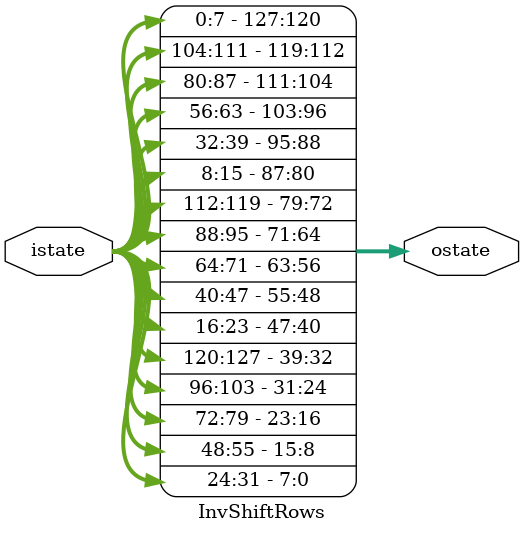
<source format=v>
module InvShiftRows (
    input [0:127] istate,
    output [0:127] ostate
);

//reg [127:0] istate;
//wire [127:0] ostate;


//top most row r = 1 (1 indexed)
assign ostate[0+:8] = istate[0+:8];
assign ostate[32+:8] = istate[32+:8];
assign ostate[64+:8] = istate[64+:8];
assign ostate[96+:8] = istate[96+:8];


//row r = 2 (1 indexed)
assign ostate[8+:8] = istate[104+:8];
assign ostate[40+:8] = istate[8+:8];
assign ostate[72+:8] = istate[40+:8];
assign ostate[104+:8] = istate[72+:8];


//row r = 3 (1 indexed)
assign ostate[16+:8] = istate[80+:8];
assign ostate[48+:8] = istate[112+:8];
assign ostate[80+:8] = istate[16+:8];
assign ostate[112+:8] = istate[48+:8];

//bottom most row r = 4 (1 indexed)
assign ostate[24+:8] = istate[56+:8];
assign ostate[56+:8] = istate[88+:8];
assign ostate[88+:8] = istate[120+:8];
assign ostate[120+:8] = istate[24+:8];


endmodule

</source>
